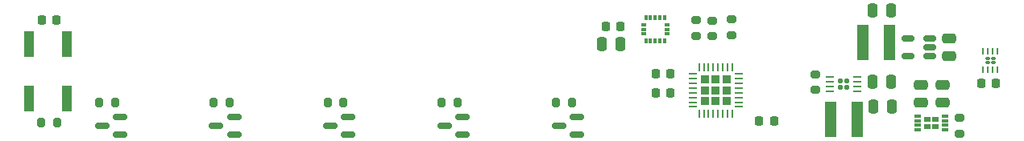
<source format=gbr>
%TF.GenerationSoftware,KiCad,Pcbnew,(6.0.7-1)-1*%
%TF.CreationDate,2022-09-24T17:28:48+02:00*%
%TF.ProjectId,Bike-lights-kicad,42696b65-2d6c-4696-9768-74732d6b6963,rev?*%
%TF.SameCoordinates,Original*%
%TF.FileFunction,Paste,Top*%
%TF.FilePolarity,Positive*%
%FSLAX46Y46*%
G04 Gerber Fmt 4.6, Leading zero omitted, Abs format (unit mm)*
G04 Created by KiCad (PCBNEW (6.0.7-1)-1) date 2022-09-24 17:28:48*
%MOMM*%
%LPD*%
G01*
G04 APERTURE LIST*
G04 Aperture macros list*
%AMRoundRect*
0 Rectangle with rounded corners*
0 $1 Rounding radius*
0 $2 $3 $4 $5 $6 $7 $8 $9 X,Y pos of 4 corners*
0 Add a 4 corners polygon primitive as box body*
4,1,4,$2,$3,$4,$5,$6,$7,$8,$9,$2,$3,0*
0 Add four circle primitives for the rounded corners*
1,1,$1+$1,$2,$3*
1,1,$1+$1,$4,$5*
1,1,$1+$1,$6,$7*
1,1,$1+$1,$8,$9*
0 Add four rect primitives between the rounded corners*
20,1,$1+$1,$2,$3,$4,$5,0*
20,1,$1+$1,$4,$5,$6,$7,0*
20,1,$1+$1,$6,$7,$8,$9,0*
20,1,$1+$1,$8,$9,$2,$3,0*%
G04 Aperture macros list end*
%ADD10RoundRect,0.225000X0.225000X0.250000X-0.225000X0.250000X-0.225000X-0.250000X0.225000X-0.250000X0*%
%ADD11R,0.710000X0.580000*%
%ADD12R,0.750000X0.300000*%
%ADD13RoundRect,0.250000X0.475000X-0.250000X0.475000X0.250000X-0.475000X0.250000X-0.475000X-0.250000X0*%
%ADD14RoundRect,0.150000X0.587500X0.150000X-0.587500X0.150000X-0.587500X-0.150000X0.587500X-0.150000X0*%
%ADD15R,1.200000X3.700000*%
%ADD16R,1.000000X2.800000*%
%ADD17RoundRect,0.200000X-0.200000X-0.275000X0.200000X-0.275000X0.200000X0.275000X-0.200000X0.275000X0*%
%ADD18RoundRect,0.200000X-0.275000X0.200000X-0.275000X-0.200000X0.275000X-0.200000X0.275000X0.200000X0*%
%ADD19RoundRect,0.225000X-0.225000X-0.250000X0.225000X-0.250000X0.225000X0.250000X-0.225000X0.250000X0*%
%ADD20RoundRect,0.200000X0.275000X-0.200000X0.275000X0.200000X-0.275000X0.200000X-0.275000X-0.200000X0*%
%ADD21RoundRect,0.250000X0.250000X0.475000X-0.250000X0.475000X-0.250000X-0.475000X0.250000X-0.475000X0*%
%ADD22RoundRect,0.250000X-0.250000X-0.475000X0.250000X-0.475000X0.250000X0.475000X-0.250000X0.475000X0*%
%ADD23RoundRect,0.080000X0.160000X-0.080000X0.160000X0.080000X-0.160000X0.080000X-0.160000X-0.080000X0*%
%ADD24RoundRect,0.062500X0.062500X-0.287500X0.062500X0.287500X-0.062500X0.287500X-0.062500X-0.287500X0*%
%ADD25RoundRect,0.232500X-0.232500X-0.232500X0.232500X-0.232500X0.232500X0.232500X-0.232500X0.232500X0*%
%ADD26RoundRect,0.062500X-0.375000X-0.062500X0.375000X-0.062500X0.375000X0.062500X-0.375000X0.062500X0*%
%ADD27RoundRect,0.062500X-0.062500X-0.375000X0.062500X-0.375000X0.062500X0.375000X-0.062500X0.375000X0*%
%ADD28RoundRect,0.087500X0.087500X-0.187500X0.087500X0.187500X-0.087500X0.187500X-0.087500X-0.187500X0*%
%ADD29RoundRect,0.087500X0.187500X-0.087500X0.187500X0.087500X-0.187500X0.087500X-0.187500X-0.087500X0*%
%ADD30RoundRect,0.150000X0.512500X0.150000X-0.512500X0.150000X-0.512500X-0.150000X0.512500X-0.150000X0*%
%ADD31RoundRect,0.140000X-0.140000X-0.140000X0.140000X-0.140000X0.140000X0.140000X-0.140000X0.140000X0*%
%ADD32RoundRect,0.062500X-0.325000X-0.062500X0.325000X-0.062500X0.325000X0.062500X-0.325000X0.062500X0*%
G04 APERTURE END LIST*
D10*
%TO.C,C8*%
X68875000Y-8087500D03*
X67325000Y-8087500D03*
%TD*%
D11*
%TO.C,U2*%
X95862500Y-13662500D03*
X95862500Y-12937500D03*
X96737500Y-12937500D03*
X96737500Y-13662500D03*
D12*
X94850000Y-12550000D03*
X94850000Y-13050000D03*
X94850000Y-13550000D03*
X94850000Y-14050000D03*
X97750000Y-14050000D03*
X97750000Y-13550000D03*
X97750000Y-13050000D03*
X97750000Y-12550000D03*
%TD*%
D13*
%TO.C,C2*%
X95200000Y-11150000D03*
X95200000Y-9250000D03*
%TD*%
D10*
%TO.C,C7*%
X103075000Y-9100000D03*
X101525000Y-9100000D03*
%TD*%
D14*
%TO.C,Q5*%
X59037500Y-14550000D03*
X59037500Y-12650000D03*
X57162500Y-13600000D03*
%TD*%
D15*
%TO.C,L2*%
X88500000Y-12900000D03*
X85700000Y-12900000D03*
%TD*%
D10*
%TO.C,C11*%
X68875000Y-10087500D03*
X67325000Y-10087500D03*
%TD*%
D16*
%TO.C,SW1*%
X1500000Y-4950000D03*
X1500000Y-10750000D03*
X5500000Y-10750000D03*
X5500000Y-4950000D03*
%TD*%
D17*
%TO.C,R10*%
X32875000Y-11100000D03*
X34525000Y-11100000D03*
%TD*%
D14*
%TO.C,Q4*%
X47037500Y-14550000D03*
X47037500Y-12650000D03*
X45162500Y-13600000D03*
%TD*%
D18*
%TO.C,R5*%
X71600000Y-2462500D03*
X71600000Y-4112500D03*
%TD*%
D14*
%TO.C,Q3*%
X35037500Y-14550000D03*
X35037500Y-12650000D03*
X33162500Y-13600000D03*
%TD*%
D19*
%TO.C,C9*%
X2825000Y-2400000D03*
X4375000Y-2400000D03*
%TD*%
D13*
%TO.C,C1*%
X98200000Y-6250000D03*
X98200000Y-4350000D03*
%TD*%
D20*
%TO.C,R6*%
X75300000Y-4025000D03*
X75300000Y-2375000D03*
%TD*%
D21*
%TO.C,C4*%
X92050000Y-1400000D03*
X90150000Y-1400000D03*
%TD*%
D20*
%TO.C,R3*%
X99300000Y-14425000D03*
X99300000Y-12775000D03*
%TD*%
D19*
%TO.C,C10*%
X78225000Y-13100000D03*
X79775000Y-13100000D03*
%TD*%
D14*
%TO.C,Q1*%
X11037500Y-14550000D03*
X11037500Y-12650000D03*
X9162500Y-13600000D03*
%TD*%
D22*
%TO.C,C5*%
X90150000Y-8900000D03*
X92050000Y-8900000D03*
%TD*%
D17*
%TO.C,R8*%
X8875000Y-11100000D03*
X10525000Y-11100000D03*
%TD*%
%TO.C,R9*%
X20875000Y-11100000D03*
X22525000Y-11100000D03*
%TD*%
D23*
%TO.C,U5*%
X102200000Y-6500000D03*
X102800000Y-6500000D03*
X102200000Y-6900000D03*
X102800000Y-6900000D03*
D24*
X101750000Y-7700000D03*
X102250000Y-7700000D03*
X102750000Y-7700000D03*
X103250000Y-7700000D03*
X103250000Y-5700000D03*
X102750000Y-5700000D03*
X102250000Y-5700000D03*
X101750000Y-5700000D03*
%TD*%
D17*
%TO.C,R4*%
X2775000Y-13300000D03*
X4425000Y-13300000D03*
%TD*%
D25*
%TO.C,U4*%
X74800000Y-8700000D03*
X73650000Y-8700000D03*
X72500000Y-8700000D03*
X72500000Y-9850000D03*
X74800000Y-11000000D03*
X73650000Y-11000000D03*
X72500000Y-11000000D03*
X73650000Y-9850000D03*
X74800000Y-9850000D03*
D26*
X71212500Y-8100000D03*
X71212500Y-8600000D03*
X71212500Y-9100000D03*
X71212500Y-9600000D03*
X71212500Y-10100000D03*
X71212500Y-10600000D03*
X71212500Y-11100000D03*
X71212500Y-11600000D03*
D27*
X71900000Y-12287500D03*
X72400000Y-12287500D03*
X72900000Y-12287500D03*
X73400000Y-12287500D03*
X73900000Y-12287500D03*
X74400000Y-12287500D03*
X74900000Y-12287500D03*
X75400000Y-12287500D03*
D26*
X76087500Y-11600000D03*
X76087500Y-11100000D03*
X76087500Y-10600000D03*
X76087500Y-10100000D03*
X76087500Y-9600000D03*
X76087500Y-9100000D03*
X76087500Y-8600000D03*
X76087500Y-8100000D03*
D27*
X75400000Y-7412500D03*
X74900000Y-7412500D03*
X74400000Y-7412500D03*
X73900000Y-7412500D03*
X73400000Y-7412500D03*
X72900000Y-7412500D03*
X72400000Y-7412500D03*
X71900000Y-7412500D03*
%TD*%
D20*
%TO.C,R2*%
X84100000Y-9825000D03*
X84100000Y-8175000D03*
%TD*%
D22*
%TO.C,C3*%
X90250000Y-11600000D03*
X92150000Y-11600000D03*
%TD*%
D28*
%TO.C,U6*%
X66300000Y-4625000D03*
X66800000Y-4625000D03*
X67300000Y-4625000D03*
X67800000Y-4625000D03*
X68300000Y-4625000D03*
D29*
X68525000Y-3900000D03*
X68525000Y-3400000D03*
X68525000Y-2900000D03*
D28*
X68300000Y-2175000D03*
X67800000Y-2175000D03*
X67300000Y-2175000D03*
X66800000Y-2175000D03*
X66300000Y-2175000D03*
D29*
X66075000Y-2900000D03*
X66075000Y-3400000D03*
X66075000Y-3900000D03*
%TD*%
D13*
%TO.C,C6*%
X97500000Y-11150000D03*
X97500000Y-9250000D03*
%TD*%
D17*
%TO.C,R11*%
X44875000Y-11100000D03*
X46525000Y-11100000D03*
%TD*%
D30*
%TO.C,U1*%
X96137500Y-6250000D03*
X96137500Y-5300000D03*
X96137500Y-4350000D03*
X93862500Y-4350000D03*
X93862500Y-6250000D03*
%TD*%
D20*
%TO.C,R7*%
X73300000Y-4125000D03*
X73300000Y-2475000D03*
%TD*%
D31*
%TO.C,U3*%
X86750000Y-9550000D03*
X86750000Y-8850000D03*
X87450000Y-8850000D03*
X87450000Y-9550000D03*
D32*
X85637500Y-8450000D03*
X85637500Y-8950000D03*
X85637500Y-9450000D03*
X85637500Y-9950000D03*
X88562500Y-9950000D03*
X88562500Y-9450000D03*
X88562500Y-8950000D03*
X88562500Y-8450000D03*
%TD*%
D17*
%TO.C,R12*%
X56875000Y-11100000D03*
X58525000Y-11100000D03*
%TD*%
D10*
%TO.C,C13*%
X63625000Y-3100000D03*
X62075000Y-3100000D03*
%TD*%
D14*
%TO.C,Q2*%
X23037500Y-14550000D03*
X23037500Y-12650000D03*
X21162500Y-13600000D03*
%TD*%
D15*
%TO.C,L1*%
X91900000Y-4800000D03*
X89100000Y-4800000D03*
%TD*%
D21*
%TO.C,C12*%
X63600000Y-5000000D03*
X61700000Y-5000000D03*
%TD*%
M02*

</source>
